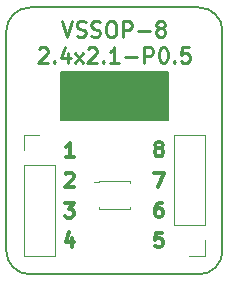
<source format=gbr>
G04 #@! TF.GenerationSoftware,KiCad,Pcbnew,5.0.1-33cea8e~68~ubuntu18.10.1*
G04 #@! TF.CreationDate,2018-12-01T22:17:56+02:00*
G04 #@! TF.ProjectId,BRK-VSSOP-8-2.4x2.1-P0.5,42524B2D5653534F502D382D322E3478,v1.0*
G04 #@! TF.SameCoordinates,Original*
G04 #@! TF.FileFunction,Legend,Top*
G04 #@! TF.FilePolarity,Positive*
%FSLAX46Y46*%
G04 Gerber Fmt 4.6, Leading zero omitted, Abs format (unit mm)*
G04 Created by KiCad (PCBNEW 5.0.1-33cea8e~68~ubuntu18.10.1) date la  1. joulukuuta 2018 22.17.56*
%MOMM*%
%LPD*%
G01*
G04 APERTURE LIST*
%ADD10C,0.300000*%
%ADD11C,0.150000*%
%ADD12C,0.250000*%
%ADD13C,0.120000*%
G04 APERTURE END LIST*
D10*
X55595000Y-67492857D02*
X55595000Y-68292857D01*
X55309285Y-67035714D02*
X55023571Y-67892857D01*
X55766428Y-67892857D01*
X63219285Y-67092857D02*
X62647857Y-67092857D01*
X62590714Y-67664285D01*
X62647857Y-67607142D01*
X62762142Y-67550000D01*
X63047857Y-67550000D01*
X63162142Y-67607142D01*
X63219285Y-67664285D01*
X63276428Y-67778571D01*
X63276428Y-68064285D01*
X63219285Y-68178571D01*
X63162142Y-68235714D01*
X63047857Y-68292857D01*
X62762142Y-68292857D01*
X62647857Y-68235714D01*
X62590714Y-68178571D01*
D11*
X52000000Y-70600000D02*
G75*
G02X50000000Y-68600000I0J2000000D01*
G01*
X68300000Y-68600000D02*
G75*
G02X66300000Y-70600000I-2000000J0D01*
G01*
X66300000Y-48000000D02*
G75*
G02X68300000Y-50000000I0J-2000000D01*
G01*
X50000000Y-50000000D02*
G75*
G02X52000000Y-48000000I2000000J0D01*
G01*
D10*
X63162142Y-64542857D02*
X62933571Y-64542857D01*
X62819285Y-64600000D01*
X62762142Y-64657142D01*
X62647857Y-64828571D01*
X62590714Y-65057142D01*
X62590714Y-65514285D01*
X62647857Y-65628571D01*
X62705000Y-65685714D01*
X62819285Y-65742857D01*
X63047857Y-65742857D01*
X63162142Y-65685714D01*
X63219285Y-65628571D01*
X63276428Y-65514285D01*
X63276428Y-65228571D01*
X63219285Y-65114285D01*
X63162142Y-65057142D01*
X63047857Y-65000000D01*
X62819285Y-65000000D01*
X62705000Y-65057142D01*
X62647857Y-65114285D01*
X62590714Y-65228571D01*
X62533571Y-62042857D02*
X63333571Y-62042857D01*
X62819285Y-63242857D01*
X62819285Y-59907142D02*
X62705000Y-59850000D01*
X62647857Y-59792857D01*
X62590714Y-59678571D01*
X62590714Y-59621428D01*
X62647857Y-59507142D01*
X62705000Y-59450000D01*
X62819285Y-59392857D01*
X63047857Y-59392857D01*
X63162142Y-59450000D01*
X63219285Y-59507142D01*
X63276428Y-59621428D01*
X63276428Y-59678571D01*
X63219285Y-59792857D01*
X63162142Y-59850000D01*
X63047857Y-59907142D01*
X62819285Y-59907142D01*
X62705000Y-59964285D01*
X62647857Y-60021428D01*
X62590714Y-60135714D01*
X62590714Y-60364285D01*
X62647857Y-60478571D01*
X62705000Y-60535714D01*
X62819285Y-60592857D01*
X63047857Y-60592857D01*
X63162142Y-60535714D01*
X63219285Y-60478571D01*
X63276428Y-60364285D01*
X63276428Y-60135714D01*
X63219285Y-60021428D01*
X63162142Y-59964285D01*
X63047857Y-59907142D01*
X54966428Y-64592857D02*
X55709285Y-64592857D01*
X55309285Y-65050000D01*
X55480714Y-65050000D01*
X55595000Y-65107142D01*
X55652142Y-65164285D01*
X55709285Y-65278571D01*
X55709285Y-65564285D01*
X55652142Y-65678571D01*
X55595000Y-65735714D01*
X55480714Y-65792857D01*
X55137857Y-65792857D01*
X55023571Y-65735714D01*
X54966428Y-65678571D01*
X55023571Y-62107142D02*
X55080714Y-62050000D01*
X55195000Y-61992857D01*
X55480714Y-61992857D01*
X55595000Y-62050000D01*
X55652142Y-62107142D01*
X55709285Y-62221428D01*
X55709285Y-62335714D01*
X55652142Y-62507142D01*
X54966428Y-63192857D01*
X55709285Y-63192857D01*
X55709285Y-60642857D02*
X55023571Y-60642857D01*
X55366428Y-60642857D02*
X55366428Y-59442857D01*
X55252142Y-59614285D01*
X55137857Y-59728571D01*
X55023571Y-59785714D01*
D11*
X66300000Y-70600000D02*
X52000000Y-70600000D01*
G36*
X54600000Y-53500000D02*
X54600000Y-57500000D01*
X63700000Y-57500000D01*
X63700000Y-53500000D01*
X54600000Y-53500000D01*
G37*
X54600000Y-53500000D02*
X54600000Y-57500000D01*
X63700000Y-57500000D01*
X63700000Y-53500000D01*
X54600000Y-53500000D01*
X68300000Y-50000000D02*
X68300000Y-68600000D01*
D12*
X54723809Y-49188095D02*
X55157142Y-50488095D01*
X55590476Y-49188095D01*
X55961904Y-50426190D02*
X56147619Y-50488095D01*
X56457142Y-50488095D01*
X56580952Y-50426190D01*
X56642857Y-50364285D01*
X56704761Y-50240476D01*
X56704761Y-50116666D01*
X56642857Y-49992857D01*
X56580952Y-49930952D01*
X56457142Y-49869047D01*
X56209523Y-49807142D01*
X56085714Y-49745238D01*
X56023809Y-49683333D01*
X55961904Y-49559523D01*
X55961904Y-49435714D01*
X56023809Y-49311904D01*
X56085714Y-49250000D01*
X56209523Y-49188095D01*
X56519047Y-49188095D01*
X56704761Y-49250000D01*
X57200000Y-50426190D02*
X57385714Y-50488095D01*
X57695238Y-50488095D01*
X57819047Y-50426190D01*
X57880952Y-50364285D01*
X57942857Y-50240476D01*
X57942857Y-50116666D01*
X57880952Y-49992857D01*
X57819047Y-49930952D01*
X57695238Y-49869047D01*
X57447619Y-49807142D01*
X57323809Y-49745238D01*
X57261904Y-49683333D01*
X57200000Y-49559523D01*
X57200000Y-49435714D01*
X57261904Y-49311904D01*
X57323809Y-49250000D01*
X57447619Y-49188095D01*
X57757142Y-49188095D01*
X57942857Y-49250000D01*
X58747619Y-49188095D02*
X58995238Y-49188095D01*
X59119047Y-49250000D01*
X59242857Y-49373809D01*
X59304761Y-49621428D01*
X59304761Y-50054761D01*
X59242857Y-50302380D01*
X59119047Y-50426190D01*
X58995238Y-50488095D01*
X58747619Y-50488095D01*
X58623809Y-50426190D01*
X58500000Y-50302380D01*
X58438095Y-50054761D01*
X58438095Y-49621428D01*
X58500000Y-49373809D01*
X58623809Y-49250000D01*
X58747619Y-49188095D01*
X59861904Y-50488095D02*
X59861904Y-49188095D01*
X60357142Y-49188095D01*
X60480952Y-49250000D01*
X60542857Y-49311904D01*
X60604761Y-49435714D01*
X60604761Y-49621428D01*
X60542857Y-49745238D01*
X60480952Y-49807142D01*
X60357142Y-49869047D01*
X59861904Y-49869047D01*
X61161904Y-49992857D02*
X62152380Y-49992857D01*
X62957142Y-49745238D02*
X62833333Y-49683333D01*
X62771428Y-49621428D01*
X62709523Y-49497619D01*
X62709523Y-49435714D01*
X62771428Y-49311904D01*
X62833333Y-49250000D01*
X62957142Y-49188095D01*
X63204761Y-49188095D01*
X63328571Y-49250000D01*
X63390476Y-49311904D01*
X63452380Y-49435714D01*
X63452380Y-49497619D01*
X63390476Y-49621428D01*
X63328571Y-49683333D01*
X63204761Y-49745238D01*
X62957142Y-49745238D01*
X62833333Y-49807142D01*
X62771428Y-49869047D01*
X62709523Y-49992857D01*
X62709523Y-50240476D01*
X62771428Y-50364285D01*
X62833333Y-50426190D01*
X62957142Y-50488095D01*
X63204761Y-50488095D01*
X63328571Y-50426190D01*
X63390476Y-50364285D01*
X63452380Y-50240476D01*
X63452380Y-49992857D01*
X63390476Y-49869047D01*
X63328571Y-49807142D01*
X63204761Y-49745238D01*
X52773809Y-51511904D02*
X52835714Y-51450000D01*
X52959523Y-51388095D01*
X53269047Y-51388095D01*
X53392857Y-51450000D01*
X53454761Y-51511904D01*
X53516666Y-51635714D01*
X53516666Y-51759523D01*
X53454761Y-51945238D01*
X52711904Y-52688095D01*
X53516666Y-52688095D01*
X54073809Y-52564285D02*
X54135714Y-52626190D01*
X54073809Y-52688095D01*
X54011904Y-52626190D01*
X54073809Y-52564285D01*
X54073809Y-52688095D01*
X55250000Y-51821428D02*
X55250000Y-52688095D01*
X54940476Y-51326190D02*
X54630952Y-52254761D01*
X55435714Y-52254761D01*
X55807142Y-52688095D02*
X56488095Y-51821428D01*
X55807142Y-51821428D02*
X56488095Y-52688095D01*
X56921428Y-51511904D02*
X56983333Y-51450000D01*
X57107142Y-51388095D01*
X57416666Y-51388095D01*
X57540476Y-51450000D01*
X57602380Y-51511904D01*
X57664285Y-51635714D01*
X57664285Y-51759523D01*
X57602380Y-51945238D01*
X56859523Y-52688095D01*
X57664285Y-52688095D01*
X58221428Y-52564285D02*
X58283333Y-52626190D01*
X58221428Y-52688095D01*
X58159523Y-52626190D01*
X58221428Y-52564285D01*
X58221428Y-52688095D01*
X59521428Y-52688095D02*
X58778571Y-52688095D01*
X59150000Y-52688095D02*
X59150000Y-51388095D01*
X59026190Y-51573809D01*
X58902380Y-51697619D01*
X58778571Y-51759523D01*
X60078571Y-52192857D02*
X61069047Y-52192857D01*
X61688095Y-52688095D02*
X61688095Y-51388095D01*
X62183333Y-51388095D01*
X62307142Y-51450000D01*
X62369047Y-51511904D01*
X62430952Y-51635714D01*
X62430952Y-51821428D01*
X62369047Y-51945238D01*
X62307142Y-52007142D01*
X62183333Y-52069047D01*
X61688095Y-52069047D01*
X63235714Y-51388095D02*
X63359523Y-51388095D01*
X63483333Y-51450000D01*
X63545238Y-51511904D01*
X63607142Y-51635714D01*
X63669047Y-51883333D01*
X63669047Y-52192857D01*
X63607142Y-52440476D01*
X63545238Y-52564285D01*
X63483333Y-52626190D01*
X63359523Y-52688095D01*
X63235714Y-52688095D01*
X63111904Y-52626190D01*
X63050000Y-52564285D01*
X62988095Y-52440476D01*
X62926190Y-52192857D01*
X62926190Y-51883333D01*
X62988095Y-51635714D01*
X63050000Y-51511904D01*
X63111904Y-51450000D01*
X63235714Y-51388095D01*
X64226190Y-52564285D02*
X64288095Y-52626190D01*
X64226190Y-52688095D01*
X64164285Y-52626190D01*
X64226190Y-52564285D01*
X64226190Y-52688095D01*
X65464285Y-51388095D02*
X64845238Y-51388095D01*
X64783333Y-52007142D01*
X64845238Y-51945238D01*
X64969047Y-51883333D01*
X65278571Y-51883333D01*
X65402380Y-51945238D01*
X65464285Y-52007142D01*
X65526190Y-52130952D01*
X65526190Y-52440476D01*
X65464285Y-52564285D01*
X65402380Y-52626190D01*
X65278571Y-52688095D01*
X64969047Y-52688095D01*
X64845238Y-52626190D01*
X64783333Y-52564285D01*
D11*
X52000000Y-48000000D02*
X66300000Y-48000000D01*
X50000000Y-68600000D02*
X50000000Y-50000000D01*
D13*
G04 #@! TO.C,J2*
X66830000Y-69050000D02*
X65500000Y-69050000D01*
X66830000Y-67720000D02*
X66830000Y-69050000D01*
X66830000Y-66450000D02*
X64170000Y-66450000D01*
X64170000Y-66450000D02*
X64170000Y-58770000D01*
X66830000Y-66450000D02*
X66830000Y-58770000D01*
X66830000Y-58770000D02*
X64170000Y-58770000D01*
G04 #@! TO.C,J1*
X51470000Y-69050000D02*
X54130000Y-69050000D01*
X51470000Y-61370000D02*
X51470000Y-69050000D01*
X54130000Y-61370000D02*
X54130000Y-69050000D01*
X51470000Y-61370000D02*
X54130000Y-61370000D01*
X51470000Y-60100000D02*
X51470000Y-58770000D01*
X51470000Y-58770000D02*
X52800000Y-58770000D01*
G04 #@! TO.C,U1*
X57850000Y-65070000D02*
X57850000Y-64870000D01*
X57850000Y-62770000D02*
X57450000Y-62770000D01*
X57850000Y-62670000D02*
X57850000Y-62770000D01*
X60450000Y-62670000D02*
X57850000Y-62670000D01*
X60450000Y-62870000D02*
X60450000Y-62670000D01*
X60450000Y-65070000D02*
X60450000Y-64870000D01*
X57850000Y-65070000D02*
X60450000Y-65070000D01*
G04 #@! TD*
M02*

</source>
